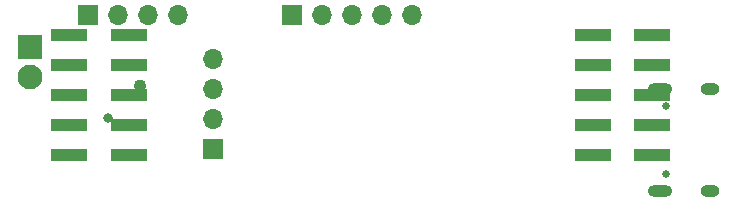
<source format=gbs>
%TF.GenerationSoftware,KiCad,Pcbnew,9.0.0*%
%TF.CreationDate,2025-05-10T22:56:34+02:00*%
%TF.ProjectId,CYPD3177_3.3V_V2_+_OLED,43595044-3331-4373-975f-332e33565f56,rev?*%
%TF.SameCoordinates,Original*%
%TF.FileFunction,Soldermask,Bot*%
%TF.FilePolarity,Negative*%
%FSLAX46Y46*%
G04 Gerber Fmt 4.6, Leading zero omitted, Abs format (unit mm)*
G04 Created by KiCad (PCBNEW 9.0.0) date 2025-05-10 22:56:34*
%MOMM*%
%LPD*%
G01*
G04 APERTURE LIST*
G04 Aperture macros list*
%AMRoundRect*
0 Rectangle with rounded corners*
0 $1 Rounding radius*
0 $2 $3 $4 $5 $6 $7 $8 $9 X,Y pos of 4 corners*
0 Add a 4 corners polygon primitive as box body*
4,1,4,$2,$3,$4,$5,$6,$7,$8,$9,$2,$3,0*
0 Add four circle primitives for the rounded corners*
1,1,$1+$1,$2,$3*
1,1,$1+$1,$4,$5*
1,1,$1+$1,$6,$7*
1,1,$1+$1,$8,$9*
0 Add four rect primitives between the rounded corners*
20,1,$1+$1,$2,$3,$4,$5,0*
20,1,$1+$1,$4,$5,$6,$7,0*
20,1,$1+$1,$6,$7,$8,$9,0*
20,1,$1+$1,$8,$9,$2,$3,0*%
G04 Aperture macros list end*
%ADD10R,3.150000X1.000000*%
%ADD11R,1.700000X1.700000*%
%ADD12O,1.700000X1.700000*%
%ADD13C,0.650000*%
%ADD14O,2.100000X1.000000*%
%ADD15O,1.600000X1.000000*%
%ADD16RoundRect,0.250001X-0.799999X0.799999X-0.799999X-0.799999X0.799999X-0.799999X0.799999X0.799999X0*%
%ADD17C,2.100000*%
%ADD18C,1.100000*%
%ADD19C,0.800000*%
G04 APERTURE END LIST*
D10*
X106300000Y-93070000D03*
X111350000Y-93070000D03*
X106300000Y-90530000D03*
X111350000Y-90530000D03*
X106300000Y-87990000D03*
X111350000Y-87990000D03*
X106300000Y-85450000D03*
X111350000Y-85450000D03*
X106300000Y-82910000D03*
X111350000Y-82910000D03*
X150650000Y-93070000D03*
X155700000Y-93070000D03*
X150650000Y-90530000D03*
X155700000Y-90530000D03*
X150650000Y-87990000D03*
X155700000Y-87990000D03*
X150650000Y-85450000D03*
X155700000Y-85450000D03*
X150650000Y-82910000D03*
X155700000Y-82910000D03*
D11*
X107920000Y-81290000D03*
D12*
X110460000Y-81290000D03*
X113000000Y-81290000D03*
X115540000Y-81290000D03*
D13*
X156865000Y-94750000D03*
X156865000Y-88970000D03*
D14*
X156365000Y-96180000D03*
D15*
X160545000Y-96180000D03*
D14*
X156365000Y-87540000D03*
D15*
X160545000Y-87540000D03*
D16*
X103000000Y-84000000D03*
D17*
X103000000Y-86540000D03*
D11*
X125215000Y-81260000D03*
D12*
X127755000Y-81260000D03*
X130295000Y-81260000D03*
X132835000Y-81260000D03*
X135375000Y-81260000D03*
D18*
X112304037Y-87262132D03*
D19*
X109617031Y-89949138D03*
D12*
X118460000Y-84960000D03*
X118460000Y-87500000D03*
X118460000Y-90040000D03*
D11*
X118460000Y-92580000D03*
M02*

</source>
